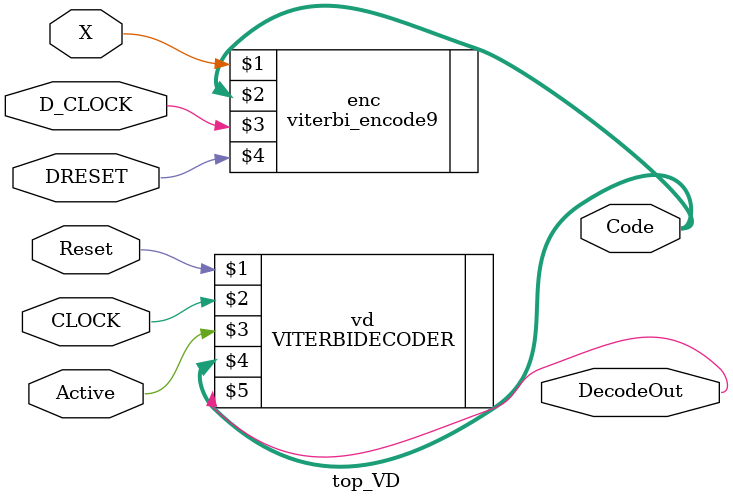
<source format=v>
module top_VD (X, D_CLOCK, DRESET, Reset, CLOCK, Active, DecodeOut, Code);

input X,D_CLOCK,DRESET;
output [1:0] Code;
input Reset, CLOCK, Active;
output DecodeOut;

	reg [24:0]clkd;
	always@(posedge CLOCK)
	begin
	if(Reset==1'b0)
	clkd=25'd0;
	else
	clkd=clkd+1;
	end
	
   VITERBIDECODER vd (Reset, CLOCK, Active, Code, DecodeOut);
   //VITERBIDECODER vd (Reset, clkd[0], Active, Code, DecodeOut);
   
    reg [31:0]dclkd;
	always@(posedge D_CLOCK)
	begin
	if(DRESET==1'b0)
	dclkd=32'd0;
	else
	dclkd=dclkd+1;
	end
	
   viterbi_encode9 enc(X,Code,D_CLOCK,DRESET);
   //viterbi_encode9 enc(X,Code,dclkd[0],DRESET); 

   
endmodule

</source>
